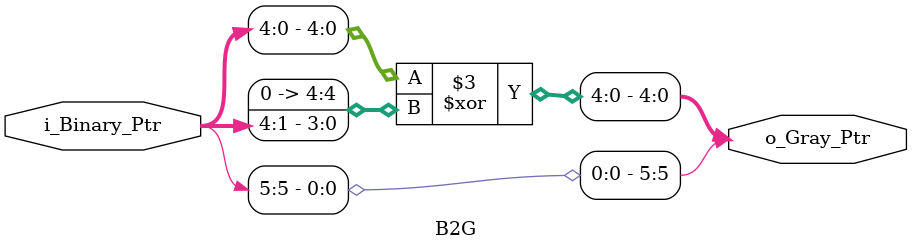
<source format=v>
module B2G #(
    parameter ADDR_WIDTH='d5 
) (
    input  wire [ADDR_WIDTH:0] i_Binary_Ptr,
    output reg  [ADDR_WIDTH:0] o_Gray_Ptr
);

always @(*) begin
    o_Gray_Ptr={i_Binary_Ptr[ADDR_WIDTH] ,i_Binary_Ptr[ADDR_WIDTH-1:0] ^ (i_Binary_Ptr[ADDR_WIDTH-1:0]>>1'b1)};
end
    
endmodule
</source>
